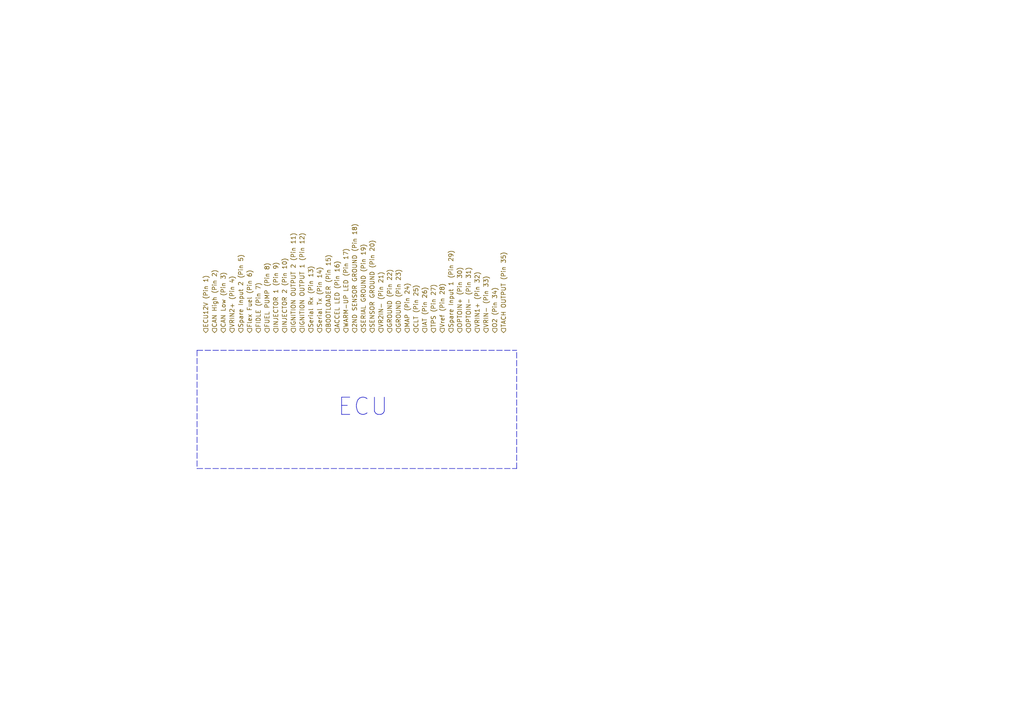
<source format=kicad_sch>
(kicad_sch (version 20211123) (generator eeschema)
  (paper "A4")
  (lib_symbols)
  (polyline (pts (xy 57.15 101.6) (xy 57.15 135.89)))
  (polyline (pts (xy 57.15 135.89) (xy 149.86 135.89)))
  (polyline (pts (xy 57.15 101.6) (xy 149.86 101.6)))
  (polyline (pts (xy 149.86 135.89) (xy 149.86 101.6)))
  (text "ECU\n\n\n" (at 97.79 137.16 0) (effects (font (size 5 5)) (justify left bottom)))
  (hierarchical_label "CAN Low (Pin 3)" (shape input) (at 64.77 96.52 90))
  (hierarchical_label "INJECTOR 2 (Pin 10)" (shape input) (at 82.55 96.52 90))
  (hierarchical_label "TACH OUTPUT (Pin 35)" (shape input) (at 146.05 96.52 90))
  (hierarchical_label "BOOTLOADER (Pin 15)" (shape input) (at 95.25 96.52 90))
  (hierarchical_label "Spare Input 1 (Pin 29)" (shape input) (at 130.81 96.52 90))
  (hierarchical_label "FUEL PUMP (Pin 8)" (shape input) (at 77.47 96.52 90))
  (hierarchical_label "ECU12V (Pin 1)" (shape input) (at 59.69 96.52 90))
  (hierarchical_label "VRIN2+ (Pin 4)" (shape input) (at 67.31 96.52 90))
  (hierarchical_label "OPTOIN- (Pin 31)" (shape input) (at 135.89 96.52 90))
  (hierarchical_label "OPTOIN+ (Pin 30)" (shape input) (at 133.35 96.52 90))
  (hierarchical_label "MAP (Pin 24)" (shape input) (at 118.11 96.52 90))
  (hierarchical_label "INJECTOR 1 (Pin 9)" (shape input) (at 80.01 96.52 90))
  (hierarchical_label "GROUND (Pin 23)" (shape input) (at 115.57 96.52 90))
  (hierarchical_label "IGNITION OUTPUT 1 (Pin 12)" (shape input) (at 87.63 96.52 90))
  (hierarchical_label "CAN High (Pin 2)" (shape input) (at 62.23 96.52 90))
  (hierarchical_label "TPS (Pin 27)" (shape input) (at 125.73 96.52 90))
  (hierarchical_label "IAT (Pin 26)" (shape input) (at 123.19 96.52 90))
  (hierarchical_label "FIDLE (Pin 7)" (shape input) (at 74.93 96.52 90))
  (hierarchical_label "Spare Input 2 (Pin 5)" (shape input) (at 69.85 96.52 90))
  (hierarchical_label "GROUND (Pin 22)" (shape input) (at 113.03 96.52 90))
  (hierarchical_label "WARM-UP LED (Pin 17)" (shape input) (at 100.33 96.52 90))
  (hierarchical_label "VRIN- (Pin 33)" (shape input) (at 140.97 96.52 90))
  (hierarchical_label "Serial Tx (Pin 14)" (shape input) (at 92.71 96.52 90))
  (hierarchical_label "VR2IN- (Pin 21)" (shape input) (at 110.49 96.52 90))
  (hierarchical_label "CLT (Pin 25)" (shape input) (at 120.65 96.52 90))
  (hierarchical_label "SENSOR GROUND (Pin 20)" (shape input) (at 107.95 96.52 90))
  (hierarchical_label "Serial Rx (Pin 13)" (shape input) (at 90.17 96.52 90))
  (hierarchical_label "VRIN1+ (Pin 32)" (shape input) (at 138.43 96.52 90))
  (hierarchical_label "2ND SENSOR GROUND (Pin 18)" (shape input) (at 102.87 96.52 90))
  (hierarchical_label "Vref (Pin 28)" (shape input) (at 128.27 96.52 90))
  (hierarchical_label "ACCEL LED (Pin 16)" (shape input) (at 97.79 96.52 90))
  (hierarchical_label "O2 (Pin 34)" (shape input) (at 143.51 96.52 90))
  (hierarchical_label "Flex Fuel (Pin 6)" (shape input) (at 72.39 96.52 90))
  (hierarchical_label "SERIAL GROUND (Pin 19)" (shape input) (at 105.41 96.52 90))
  (hierarchical_label "IGNITION OUTPUT 2 (Pin 11)" (shape input) (at 85.09 96.52 90))
)
</source>
